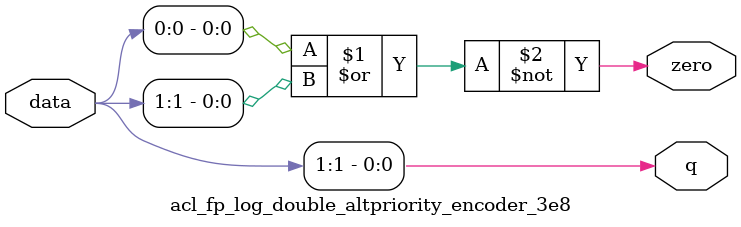
<source format=v>
module  acl_fp_log_double_altpriority_encoder_3e8
	( 
	data,
	q,
	zero) ;
	input   [1:0]  data;
	output   [0:0]  q;
	output   zero;
	assign
		q = {data[1]},
		zero = (~ (data[0] | data[1]));
endmodule
</source>
